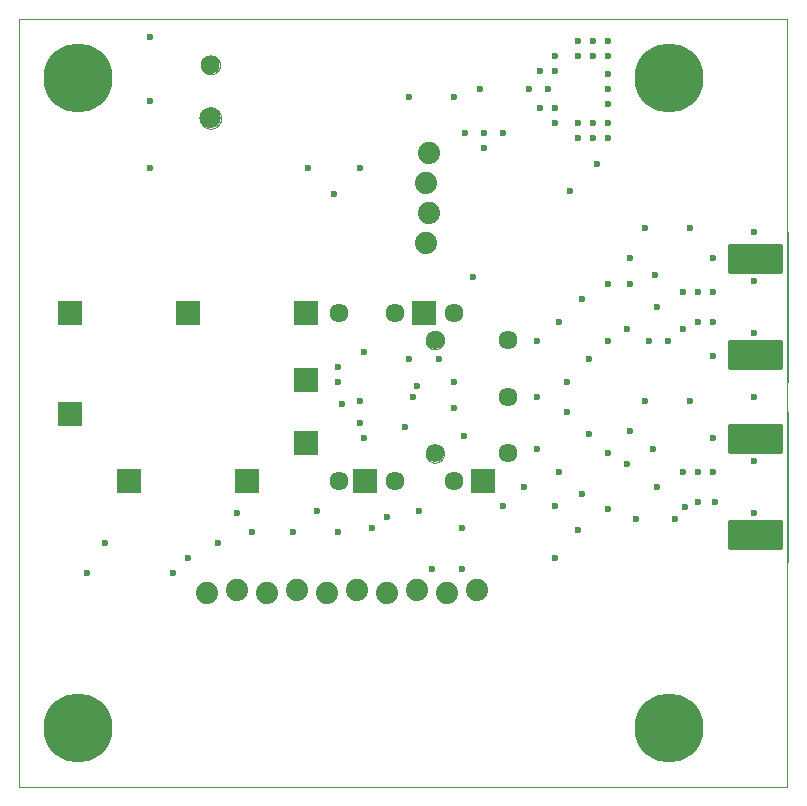
<source format=gbs>
G75*
%MOIN*%
%OFA0B0*%
%FSLAX25Y25*%
%IPPOS*%
%LPD*%
%AMOC8*
5,1,8,0,0,1.08239X$1,22.5*
%
%ADD10C,0.00000*%
%ADD11R,0.07874X0.07874*%
%ADD12C,0.06358*%
%ADD13C,0.06102*%
%ADD14C,0.23000*%
%ADD15C,0.01600*%
%ADD16C,0.06299*%
%ADD17C,0.07087*%
%ADD18C,0.07400*%
%ADD19C,0.02362*%
D10*
X0027667Y0001800D02*
X0027667Y0257706D01*
X0283573Y0257706D01*
X0283573Y0001800D01*
X0027667Y0001800D01*
X0163160Y0112902D02*
X0163162Y0113012D01*
X0163168Y0113122D01*
X0163178Y0113232D01*
X0163192Y0113341D01*
X0163210Y0113450D01*
X0163231Y0113558D01*
X0163257Y0113665D01*
X0163286Y0113771D01*
X0163320Y0113876D01*
X0163357Y0113980D01*
X0163398Y0114082D01*
X0163442Y0114183D01*
X0163490Y0114282D01*
X0163542Y0114380D01*
X0163597Y0114475D01*
X0163655Y0114568D01*
X0163717Y0114659D01*
X0163782Y0114748D01*
X0163850Y0114835D01*
X0163922Y0114919D01*
X0163996Y0115000D01*
X0164073Y0115079D01*
X0164153Y0115155D01*
X0164236Y0115227D01*
X0164321Y0115297D01*
X0164409Y0115364D01*
X0164499Y0115427D01*
X0164591Y0115487D01*
X0164685Y0115544D01*
X0164782Y0115598D01*
X0164880Y0115647D01*
X0164980Y0115694D01*
X0165082Y0115736D01*
X0165185Y0115775D01*
X0165289Y0115810D01*
X0165395Y0115842D01*
X0165501Y0115869D01*
X0165609Y0115893D01*
X0165717Y0115913D01*
X0165826Y0115929D01*
X0165936Y0115941D01*
X0166046Y0115949D01*
X0166156Y0115953D01*
X0166266Y0115953D01*
X0166376Y0115949D01*
X0166486Y0115941D01*
X0166596Y0115929D01*
X0166705Y0115913D01*
X0166813Y0115893D01*
X0166921Y0115869D01*
X0167027Y0115842D01*
X0167133Y0115810D01*
X0167237Y0115775D01*
X0167340Y0115736D01*
X0167442Y0115694D01*
X0167542Y0115647D01*
X0167640Y0115598D01*
X0167736Y0115544D01*
X0167831Y0115487D01*
X0167923Y0115427D01*
X0168013Y0115364D01*
X0168101Y0115297D01*
X0168186Y0115227D01*
X0168269Y0115155D01*
X0168349Y0115079D01*
X0168426Y0115000D01*
X0168500Y0114919D01*
X0168572Y0114835D01*
X0168640Y0114748D01*
X0168705Y0114659D01*
X0168767Y0114568D01*
X0168825Y0114475D01*
X0168880Y0114380D01*
X0168932Y0114282D01*
X0168980Y0114183D01*
X0169024Y0114082D01*
X0169065Y0113980D01*
X0169102Y0113876D01*
X0169136Y0113771D01*
X0169165Y0113665D01*
X0169191Y0113558D01*
X0169212Y0113450D01*
X0169230Y0113341D01*
X0169244Y0113232D01*
X0169254Y0113122D01*
X0169260Y0113012D01*
X0169262Y0112902D01*
X0169260Y0112792D01*
X0169254Y0112682D01*
X0169244Y0112572D01*
X0169230Y0112463D01*
X0169212Y0112354D01*
X0169191Y0112246D01*
X0169165Y0112139D01*
X0169136Y0112033D01*
X0169102Y0111928D01*
X0169065Y0111824D01*
X0169024Y0111722D01*
X0168980Y0111621D01*
X0168932Y0111522D01*
X0168880Y0111424D01*
X0168825Y0111329D01*
X0168767Y0111236D01*
X0168705Y0111145D01*
X0168640Y0111056D01*
X0168572Y0110969D01*
X0168500Y0110885D01*
X0168426Y0110804D01*
X0168349Y0110725D01*
X0168269Y0110649D01*
X0168186Y0110577D01*
X0168101Y0110507D01*
X0168013Y0110440D01*
X0167923Y0110377D01*
X0167831Y0110317D01*
X0167737Y0110260D01*
X0167640Y0110206D01*
X0167542Y0110157D01*
X0167442Y0110110D01*
X0167340Y0110068D01*
X0167237Y0110029D01*
X0167133Y0109994D01*
X0167027Y0109962D01*
X0166921Y0109935D01*
X0166813Y0109911D01*
X0166705Y0109891D01*
X0166596Y0109875D01*
X0166486Y0109863D01*
X0166376Y0109855D01*
X0166266Y0109851D01*
X0166156Y0109851D01*
X0166046Y0109855D01*
X0165936Y0109863D01*
X0165826Y0109875D01*
X0165717Y0109891D01*
X0165609Y0109911D01*
X0165501Y0109935D01*
X0165395Y0109962D01*
X0165289Y0109994D01*
X0165185Y0110029D01*
X0165082Y0110068D01*
X0164980Y0110110D01*
X0164880Y0110157D01*
X0164782Y0110206D01*
X0164685Y0110260D01*
X0164591Y0110317D01*
X0164499Y0110377D01*
X0164409Y0110440D01*
X0164321Y0110507D01*
X0164236Y0110577D01*
X0164153Y0110649D01*
X0164073Y0110725D01*
X0163996Y0110804D01*
X0163922Y0110885D01*
X0163850Y0110969D01*
X0163782Y0111056D01*
X0163717Y0111145D01*
X0163655Y0111236D01*
X0163597Y0111329D01*
X0163542Y0111424D01*
X0163490Y0111522D01*
X0163442Y0111621D01*
X0163398Y0111722D01*
X0163357Y0111824D01*
X0163320Y0111928D01*
X0163286Y0112033D01*
X0163257Y0112139D01*
X0163231Y0112246D01*
X0163210Y0112354D01*
X0163192Y0112463D01*
X0163178Y0112572D01*
X0163168Y0112682D01*
X0163162Y0112792D01*
X0163160Y0112902D01*
X0163160Y0150698D02*
X0163162Y0150808D01*
X0163168Y0150918D01*
X0163178Y0151028D01*
X0163192Y0151137D01*
X0163210Y0151246D01*
X0163231Y0151354D01*
X0163257Y0151461D01*
X0163286Y0151567D01*
X0163320Y0151672D01*
X0163357Y0151776D01*
X0163398Y0151878D01*
X0163442Y0151979D01*
X0163490Y0152078D01*
X0163542Y0152176D01*
X0163597Y0152271D01*
X0163655Y0152364D01*
X0163717Y0152455D01*
X0163782Y0152544D01*
X0163850Y0152631D01*
X0163922Y0152715D01*
X0163996Y0152796D01*
X0164073Y0152875D01*
X0164153Y0152951D01*
X0164236Y0153023D01*
X0164321Y0153093D01*
X0164409Y0153160D01*
X0164499Y0153223D01*
X0164591Y0153283D01*
X0164685Y0153340D01*
X0164782Y0153394D01*
X0164880Y0153443D01*
X0164980Y0153490D01*
X0165082Y0153532D01*
X0165185Y0153571D01*
X0165289Y0153606D01*
X0165395Y0153638D01*
X0165501Y0153665D01*
X0165609Y0153689D01*
X0165717Y0153709D01*
X0165826Y0153725D01*
X0165936Y0153737D01*
X0166046Y0153745D01*
X0166156Y0153749D01*
X0166266Y0153749D01*
X0166376Y0153745D01*
X0166486Y0153737D01*
X0166596Y0153725D01*
X0166705Y0153709D01*
X0166813Y0153689D01*
X0166921Y0153665D01*
X0167027Y0153638D01*
X0167133Y0153606D01*
X0167237Y0153571D01*
X0167340Y0153532D01*
X0167442Y0153490D01*
X0167542Y0153443D01*
X0167640Y0153394D01*
X0167736Y0153340D01*
X0167831Y0153283D01*
X0167923Y0153223D01*
X0168013Y0153160D01*
X0168101Y0153093D01*
X0168186Y0153023D01*
X0168269Y0152951D01*
X0168349Y0152875D01*
X0168426Y0152796D01*
X0168500Y0152715D01*
X0168572Y0152631D01*
X0168640Y0152544D01*
X0168705Y0152455D01*
X0168767Y0152364D01*
X0168825Y0152271D01*
X0168880Y0152176D01*
X0168932Y0152078D01*
X0168980Y0151979D01*
X0169024Y0151878D01*
X0169065Y0151776D01*
X0169102Y0151672D01*
X0169136Y0151567D01*
X0169165Y0151461D01*
X0169191Y0151354D01*
X0169212Y0151246D01*
X0169230Y0151137D01*
X0169244Y0151028D01*
X0169254Y0150918D01*
X0169260Y0150808D01*
X0169262Y0150698D01*
X0169260Y0150588D01*
X0169254Y0150478D01*
X0169244Y0150368D01*
X0169230Y0150259D01*
X0169212Y0150150D01*
X0169191Y0150042D01*
X0169165Y0149935D01*
X0169136Y0149829D01*
X0169102Y0149724D01*
X0169065Y0149620D01*
X0169024Y0149518D01*
X0168980Y0149417D01*
X0168932Y0149318D01*
X0168880Y0149220D01*
X0168825Y0149125D01*
X0168767Y0149032D01*
X0168705Y0148941D01*
X0168640Y0148852D01*
X0168572Y0148765D01*
X0168500Y0148681D01*
X0168426Y0148600D01*
X0168349Y0148521D01*
X0168269Y0148445D01*
X0168186Y0148373D01*
X0168101Y0148303D01*
X0168013Y0148236D01*
X0167923Y0148173D01*
X0167831Y0148113D01*
X0167737Y0148056D01*
X0167640Y0148002D01*
X0167542Y0147953D01*
X0167442Y0147906D01*
X0167340Y0147864D01*
X0167237Y0147825D01*
X0167133Y0147790D01*
X0167027Y0147758D01*
X0166921Y0147731D01*
X0166813Y0147707D01*
X0166705Y0147687D01*
X0166596Y0147671D01*
X0166486Y0147659D01*
X0166376Y0147651D01*
X0166266Y0147647D01*
X0166156Y0147647D01*
X0166046Y0147651D01*
X0165936Y0147659D01*
X0165826Y0147671D01*
X0165717Y0147687D01*
X0165609Y0147707D01*
X0165501Y0147731D01*
X0165395Y0147758D01*
X0165289Y0147790D01*
X0165185Y0147825D01*
X0165082Y0147864D01*
X0164980Y0147906D01*
X0164880Y0147953D01*
X0164782Y0148002D01*
X0164685Y0148056D01*
X0164591Y0148113D01*
X0164499Y0148173D01*
X0164409Y0148236D01*
X0164321Y0148303D01*
X0164236Y0148373D01*
X0164153Y0148445D01*
X0164073Y0148521D01*
X0163996Y0148600D01*
X0163922Y0148681D01*
X0163850Y0148765D01*
X0163782Y0148852D01*
X0163717Y0148941D01*
X0163655Y0149032D01*
X0163597Y0149125D01*
X0163542Y0149220D01*
X0163490Y0149318D01*
X0163442Y0149417D01*
X0163398Y0149518D01*
X0163357Y0149620D01*
X0163320Y0149724D01*
X0163286Y0149829D01*
X0163257Y0149935D01*
X0163231Y0150042D01*
X0163210Y0150150D01*
X0163192Y0150259D01*
X0163178Y0150368D01*
X0163168Y0150478D01*
X0163162Y0150588D01*
X0163160Y0150698D01*
X0087874Y0224713D02*
X0087876Y0224831D01*
X0087882Y0224950D01*
X0087892Y0225068D01*
X0087906Y0225185D01*
X0087923Y0225302D01*
X0087945Y0225419D01*
X0087971Y0225534D01*
X0088000Y0225649D01*
X0088033Y0225763D01*
X0088070Y0225875D01*
X0088111Y0225986D01*
X0088155Y0226096D01*
X0088203Y0226204D01*
X0088255Y0226311D01*
X0088310Y0226416D01*
X0088369Y0226519D01*
X0088431Y0226619D01*
X0088496Y0226718D01*
X0088565Y0226815D01*
X0088636Y0226909D01*
X0088711Y0227000D01*
X0088789Y0227090D01*
X0088870Y0227176D01*
X0088954Y0227260D01*
X0089040Y0227341D01*
X0089130Y0227419D01*
X0089221Y0227494D01*
X0089315Y0227565D01*
X0089412Y0227634D01*
X0089511Y0227699D01*
X0089611Y0227761D01*
X0089714Y0227820D01*
X0089819Y0227875D01*
X0089926Y0227927D01*
X0090034Y0227975D01*
X0090144Y0228019D01*
X0090255Y0228060D01*
X0090367Y0228097D01*
X0090481Y0228130D01*
X0090596Y0228159D01*
X0090711Y0228185D01*
X0090828Y0228207D01*
X0090945Y0228224D01*
X0091062Y0228238D01*
X0091180Y0228248D01*
X0091299Y0228254D01*
X0091417Y0228256D01*
X0091535Y0228254D01*
X0091654Y0228248D01*
X0091772Y0228238D01*
X0091889Y0228224D01*
X0092006Y0228207D01*
X0092123Y0228185D01*
X0092238Y0228159D01*
X0092353Y0228130D01*
X0092467Y0228097D01*
X0092579Y0228060D01*
X0092690Y0228019D01*
X0092800Y0227975D01*
X0092908Y0227927D01*
X0093015Y0227875D01*
X0093120Y0227820D01*
X0093223Y0227761D01*
X0093323Y0227699D01*
X0093422Y0227634D01*
X0093519Y0227565D01*
X0093613Y0227494D01*
X0093704Y0227419D01*
X0093794Y0227341D01*
X0093880Y0227260D01*
X0093964Y0227176D01*
X0094045Y0227090D01*
X0094123Y0227000D01*
X0094198Y0226909D01*
X0094269Y0226815D01*
X0094338Y0226718D01*
X0094403Y0226619D01*
X0094465Y0226519D01*
X0094524Y0226416D01*
X0094579Y0226311D01*
X0094631Y0226204D01*
X0094679Y0226096D01*
X0094723Y0225986D01*
X0094764Y0225875D01*
X0094801Y0225763D01*
X0094834Y0225649D01*
X0094863Y0225534D01*
X0094889Y0225419D01*
X0094911Y0225302D01*
X0094928Y0225185D01*
X0094942Y0225068D01*
X0094952Y0224950D01*
X0094958Y0224831D01*
X0094960Y0224713D01*
X0094958Y0224595D01*
X0094952Y0224476D01*
X0094942Y0224358D01*
X0094928Y0224241D01*
X0094911Y0224124D01*
X0094889Y0224007D01*
X0094863Y0223892D01*
X0094834Y0223777D01*
X0094801Y0223663D01*
X0094764Y0223551D01*
X0094723Y0223440D01*
X0094679Y0223330D01*
X0094631Y0223222D01*
X0094579Y0223115D01*
X0094524Y0223010D01*
X0094465Y0222907D01*
X0094403Y0222807D01*
X0094338Y0222708D01*
X0094269Y0222611D01*
X0094198Y0222517D01*
X0094123Y0222426D01*
X0094045Y0222336D01*
X0093964Y0222250D01*
X0093880Y0222166D01*
X0093794Y0222085D01*
X0093704Y0222007D01*
X0093613Y0221932D01*
X0093519Y0221861D01*
X0093422Y0221792D01*
X0093323Y0221727D01*
X0093223Y0221665D01*
X0093120Y0221606D01*
X0093015Y0221551D01*
X0092908Y0221499D01*
X0092800Y0221451D01*
X0092690Y0221407D01*
X0092579Y0221366D01*
X0092467Y0221329D01*
X0092353Y0221296D01*
X0092238Y0221267D01*
X0092123Y0221241D01*
X0092006Y0221219D01*
X0091889Y0221202D01*
X0091772Y0221188D01*
X0091654Y0221178D01*
X0091535Y0221172D01*
X0091417Y0221170D01*
X0091299Y0221172D01*
X0091180Y0221178D01*
X0091062Y0221188D01*
X0090945Y0221202D01*
X0090828Y0221219D01*
X0090711Y0221241D01*
X0090596Y0221267D01*
X0090481Y0221296D01*
X0090367Y0221329D01*
X0090255Y0221366D01*
X0090144Y0221407D01*
X0090034Y0221451D01*
X0089926Y0221499D01*
X0089819Y0221551D01*
X0089714Y0221606D01*
X0089611Y0221665D01*
X0089511Y0221727D01*
X0089412Y0221792D01*
X0089315Y0221861D01*
X0089221Y0221932D01*
X0089130Y0222007D01*
X0089040Y0222085D01*
X0088954Y0222166D01*
X0088870Y0222250D01*
X0088789Y0222336D01*
X0088711Y0222426D01*
X0088636Y0222517D01*
X0088565Y0222611D01*
X0088496Y0222708D01*
X0088431Y0222807D01*
X0088369Y0222907D01*
X0088310Y0223010D01*
X0088255Y0223115D01*
X0088203Y0223222D01*
X0088155Y0223330D01*
X0088111Y0223440D01*
X0088070Y0223551D01*
X0088033Y0223663D01*
X0088000Y0223777D01*
X0087971Y0223892D01*
X0087945Y0224007D01*
X0087923Y0224124D01*
X0087906Y0224241D01*
X0087892Y0224358D01*
X0087882Y0224476D01*
X0087876Y0224595D01*
X0087874Y0224713D01*
X0088267Y0242430D02*
X0088269Y0242542D01*
X0088275Y0242653D01*
X0088285Y0242765D01*
X0088299Y0242876D01*
X0088316Y0242986D01*
X0088338Y0243096D01*
X0088364Y0243205D01*
X0088393Y0243313D01*
X0088426Y0243419D01*
X0088463Y0243525D01*
X0088504Y0243629D01*
X0088549Y0243732D01*
X0088597Y0243833D01*
X0088648Y0243932D01*
X0088703Y0244029D01*
X0088762Y0244124D01*
X0088823Y0244218D01*
X0088888Y0244309D01*
X0088957Y0244397D01*
X0089028Y0244483D01*
X0089102Y0244567D01*
X0089180Y0244647D01*
X0089260Y0244725D01*
X0089343Y0244801D01*
X0089428Y0244873D01*
X0089516Y0244942D01*
X0089606Y0245008D01*
X0089699Y0245070D01*
X0089794Y0245130D01*
X0089891Y0245186D01*
X0089989Y0245238D01*
X0090090Y0245287D01*
X0090192Y0245332D01*
X0090296Y0245374D01*
X0090401Y0245412D01*
X0090508Y0245446D01*
X0090615Y0245476D01*
X0090724Y0245503D01*
X0090833Y0245525D01*
X0090944Y0245544D01*
X0091054Y0245559D01*
X0091166Y0245570D01*
X0091277Y0245577D01*
X0091389Y0245580D01*
X0091501Y0245579D01*
X0091613Y0245574D01*
X0091724Y0245565D01*
X0091835Y0245552D01*
X0091946Y0245535D01*
X0092056Y0245515D01*
X0092165Y0245490D01*
X0092273Y0245462D01*
X0092380Y0245429D01*
X0092486Y0245393D01*
X0092590Y0245353D01*
X0092693Y0245310D01*
X0092795Y0245263D01*
X0092894Y0245212D01*
X0092992Y0245158D01*
X0093088Y0245100D01*
X0093182Y0245039D01*
X0093273Y0244975D01*
X0093362Y0244908D01*
X0093449Y0244837D01*
X0093533Y0244763D01*
X0093615Y0244687D01*
X0093693Y0244607D01*
X0093769Y0244525D01*
X0093842Y0244440D01*
X0093912Y0244353D01*
X0093978Y0244263D01*
X0094042Y0244171D01*
X0094102Y0244077D01*
X0094159Y0243981D01*
X0094212Y0243882D01*
X0094262Y0243782D01*
X0094308Y0243681D01*
X0094351Y0243577D01*
X0094390Y0243472D01*
X0094425Y0243366D01*
X0094456Y0243259D01*
X0094484Y0243150D01*
X0094507Y0243041D01*
X0094527Y0242931D01*
X0094543Y0242820D01*
X0094555Y0242709D01*
X0094563Y0242598D01*
X0094567Y0242486D01*
X0094567Y0242374D01*
X0094563Y0242262D01*
X0094555Y0242151D01*
X0094543Y0242040D01*
X0094527Y0241929D01*
X0094507Y0241819D01*
X0094484Y0241710D01*
X0094456Y0241601D01*
X0094425Y0241494D01*
X0094390Y0241388D01*
X0094351Y0241283D01*
X0094308Y0241179D01*
X0094262Y0241078D01*
X0094212Y0240978D01*
X0094159Y0240879D01*
X0094102Y0240783D01*
X0094042Y0240689D01*
X0093978Y0240597D01*
X0093912Y0240507D01*
X0093842Y0240420D01*
X0093769Y0240335D01*
X0093693Y0240253D01*
X0093615Y0240173D01*
X0093533Y0240097D01*
X0093449Y0240023D01*
X0093362Y0239952D01*
X0093273Y0239885D01*
X0093182Y0239821D01*
X0093088Y0239760D01*
X0092992Y0239702D01*
X0092894Y0239648D01*
X0092795Y0239597D01*
X0092693Y0239550D01*
X0092590Y0239507D01*
X0092486Y0239467D01*
X0092380Y0239431D01*
X0092273Y0239398D01*
X0092165Y0239370D01*
X0092056Y0239345D01*
X0091946Y0239325D01*
X0091835Y0239308D01*
X0091724Y0239295D01*
X0091613Y0239286D01*
X0091501Y0239281D01*
X0091389Y0239280D01*
X0091277Y0239283D01*
X0091166Y0239290D01*
X0091054Y0239301D01*
X0090944Y0239316D01*
X0090833Y0239335D01*
X0090724Y0239357D01*
X0090615Y0239384D01*
X0090508Y0239414D01*
X0090401Y0239448D01*
X0090296Y0239486D01*
X0090192Y0239528D01*
X0090090Y0239573D01*
X0089989Y0239622D01*
X0089891Y0239674D01*
X0089794Y0239730D01*
X0089699Y0239790D01*
X0089606Y0239852D01*
X0089516Y0239918D01*
X0089428Y0239987D01*
X0089343Y0240059D01*
X0089260Y0240135D01*
X0089180Y0240213D01*
X0089102Y0240293D01*
X0089028Y0240377D01*
X0088957Y0240463D01*
X0088888Y0240551D01*
X0088823Y0240642D01*
X0088762Y0240736D01*
X0088703Y0240831D01*
X0088648Y0240928D01*
X0088597Y0241027D01*
X0088549Y0241128D01*
X0088504Y0241231D01*
X0088463Y0241335D01*
X0088426Y0241441D01*
X0088393Y0241547D01*
X0088364Y0241655D01*
X0088338Y0241764D01*
X0088316Y0241874D01*
X0088299Y0241984D01*
X0088285Y0242095D01*
X0088275Y0242207D01*
X0088269Y0242318D01*
X0088267Y0242430D01*
X0283917Y0186800D02*
X0283917Y0136800D01*
X0283917Y0126800D02*
X0283917Y0076800D01*
D11*
X0182352Y0103749D03*
X0142982Y0103749D03*
X0123297Y0116249D03*
X0103612Y0103749D03*
X0123297Y0137509D03*
X0123297Y0159851D03*
X0083927Y0159851D03*
X0044557Y0159851D03*
X0044557Y0126091D03*
X0064242Y0103749D03*
X0162667Y0159851D03*
D12*
X0152825Y0159851D03*
X0134321Y0159851D03*
X0172510Y0159851D03*
X0190620Y0150698D03*
X0190620Y0131800D03*
X0190620Y0112902D03*
X0172510Y0103749D03*
X0152825Y0103749D03*
X0134321Y0103749D03*
D13*
X0166211Y0112902D03*
X0166211Y0150698D03*
D14*
X0244203Y0238020D03*
X0047352Y0238020D03*
X0047352Y0021485D03*
X0244203Y0021485D03*
D15*
X0264717Y0090000D02*
X0281117Y0090000D01*
X0281117Y0081600D01*
X0264717Y0081600D01*
X0264717Y0090000D01*
X0264717Y0083199D02*
X0281117Y0083199D01*
X0281117Y0084798D02*
X0264717Y0084798D01*
X0264717Y0086397D02*
X0281117Y0086397D01*
X0281117Y0087996D02*
X0264717Y0087996D01*
X0264717Y0089595D02*
X0281117Y0089595D01*
X0281117Y0122000D02*
X0264717Y0122000D01*
X0281117Y0122000D02*
X0281117Y0113600D01*
X0264717Y0113600D01*
X0264717Y0122000D01*
X0264717Y0115199D02*
X0281117Y0115199D01*
X0281117Y0116798D02*
X0264717Y0116798D01*
X0264717Y0118397D02*
X0281117Y0118397D01*
X0281117Y0119996D02*
X0264717Y0119996D01*
X0264717Y0121595D02*
X0281117Y0121595D01*
X0281117Y0150000D02*
X0264717Y0150000D01*
X0281117Y0150000D02*
X0281117Y0141600D01*
X0264717Y0141600D01*
X0264717Y0150000D01*
X0264717Y0143199D02*
X0281117Y0143199D01*
X0281117Y0144798D02*
X0264717Y0144798D01*
X0264717Y0146397D02*
X0281117Y0146397D01*
X0281117Y0147996D02*
X0264717Y0147996D01*
X0264717Y0149595D02*
X0281117Y0149595D01*
X0281117Y0182000D02*
X0264717Y0182000D01*
X0281117Y0182000D02*
X0281117Y0173600D01*
X0264717Y0173600D01*
X0264717Y0182000D01*
X0264717Y0175199D02*
X0281117Y0175199D01*
X0281117Y0176798D02*
X0264717Y0176798D01*
X0264717Y0178397D02*
X0281117Y0178397D01*
X0281117Y0179996D02*
X0264717Y0179996D01*
X0264717Y0181595D02*
X0281117Y0181595D01*
D16*
X0091417Y0242430D03*
D17*
X0091417Y0224713D03*
D18*
X0164417Y0213050D03*
X0163417Y0203050D03*
X0164417Y0193050D03*
X0163417Y0183050D03*
X0160167Y0067300D03*
X0150167Y0066300D03*
X0140167Y0067300D03*
X0130167Y0066300D03*
X0120167Y0067300D03*
X0110167Y0066300D03*
X0100167Y0067300D03*
X0090167Y0066300D03*
X0170167Y0066300D03*
X0180167Y0067300D03*
D19*
X0175167Y0074300D03*
X0165167Y0074300D03*
X0175167Y0088050D03*
X0188917Y0095550D03*
X0195792Y0101800D03*
X0206417Y0095550D03*
X0215167Y0099300D03*
X0223917Y0094300D03*
X0233292Y0091175D03*
X0240167Y0101800D03*
X0248917Y0106800D03*
X0253917Y0106800D03*
X0258917Y0106800D03*
X0259542Y0096800D03*
X0253917Y0096800D03*
X0249542Y0094925D03*
X0246417Y0091175D03*
X0230167Y0109300D03*
X0223917Y0113050D03*
X0217667Y0119300D03*
X0210167Y0126800D03*
X0200167Y0131800D03*
X0210167Y0136800D03*
X0217667Y0144300D03*
X0223917Y0150550D03*
X0230167Y0154300D03*
X0237667Y0150550D03*
X0243917Y0150550D03*
X0248917Y0154300D03*
X0253917Y0156800D03*
X0258917Y0156800D03*
X0258917Y0166800D03*
X0253917Y0166800D03*
X0248917Y0166800D03*
X0240167Y0161800D03*
X0231417Y0169300D03*
X0223917Y0169300D03*
X0215167Y0164300D03*
X0207667Y0156800D03*
X0200167Y0150550D03*
X0178917Y0171800D03*
X0167667Y0144300D03*
X0172667Y0136800D03*
X0172667Y0128050D03*
X0175792Y0118675D03*
X0158917Y0131800D03*
X0160167Y0135550D03*
X0157667Y0144300D03*
X0142667Y0146800D03*
X0133917Y0141800D03*
X0133917Y0136800D03*
X0141417Y0130550D03*
X0135167Y0129300D03*
X0141417Y0123050D03*
X0142667Y0118050D03*
X0156417Y0121800D03*
X0160792Y0093675D03*
X0150167Y0091800D03*
X0145167Y0088050D03*
X0133917Y0086800D03*
X0127042Y0093675D03*
X0118917Y0086800D03*
X0105167Y0086800D03*
X0100167Y0093050D03*
X0093917Y0083050D03*
X0083917Y0078050D03*
X0078917Y0073050D03*
X0056417Y0083050D03*
X0050167Y0073050D03*
X0132667Y0199300D03*
X0123917Y0208050D03*
X0141417Y0208050D03*
X0157667Y0231800D03*
X0172667Y0231800D03*
X0181417Y0234300D03*
X0197667Y0234300D03*
X0203917Y0234300D03*
X0201417Y0228050D03*
X0206417Y0228050D03*
X0206417Y0223050D03*
X0213917Y0223050D03*
X0218917Y0223050D03*
X0218917Y0218050D03*
X0213917Y0218050D03*
X0223917Y0218050D03*
X0223917Y0223050D03*
X0223917Y0229300D03*
X0223917Y0234300D03*
X0223917Y0239300D03*
X0223917Y0245550D03*
X0218917Y0245550D03*
X0213917Y0245550D03*
X0213917Y0250550D03*
X0218917Y0250550D03*
X0223917Y0250550D03*
X0206417Y0245550D03*
X0206417Y0240550D03*
X0201417Y0240550D03*
X0188917Y0219615D03*
X0182667Y0219615D03*
X0182667Y0214615D03*
X0176417Y0219615D03*
X0211417Y0200550D03*
X0220167Y0209300D03*
X0236417Y0188050D03*
X0231417Y0178050D03*
X0239542Y0172425D03*
X0251417Y0188050D03*
X0258917Y0178050D03*
X0272667Y0170550D03*
X0272667Y0186800D03*
X0272667Y0153050D03*
X0258917Y0145550D03*
X0251417Y0130550D03*
X0236417Y0130550D03*
X0231417Y0120550D03*
X0238917Y0114300D03*
X0258917Y0118050D03*
X0272667Y0110550D03*
X0272667Y0093050D03*
X0272667Y0131800D03*
X0213917Y0087425D03*
X0206417Y0078050D03*
X0207667Y0106800D03*
X0200167Y0114300D03*
X0071417Y0208050D03*
X0071417Y0230550D03*
X0071417Y0251800D03*
M02*

</source>
